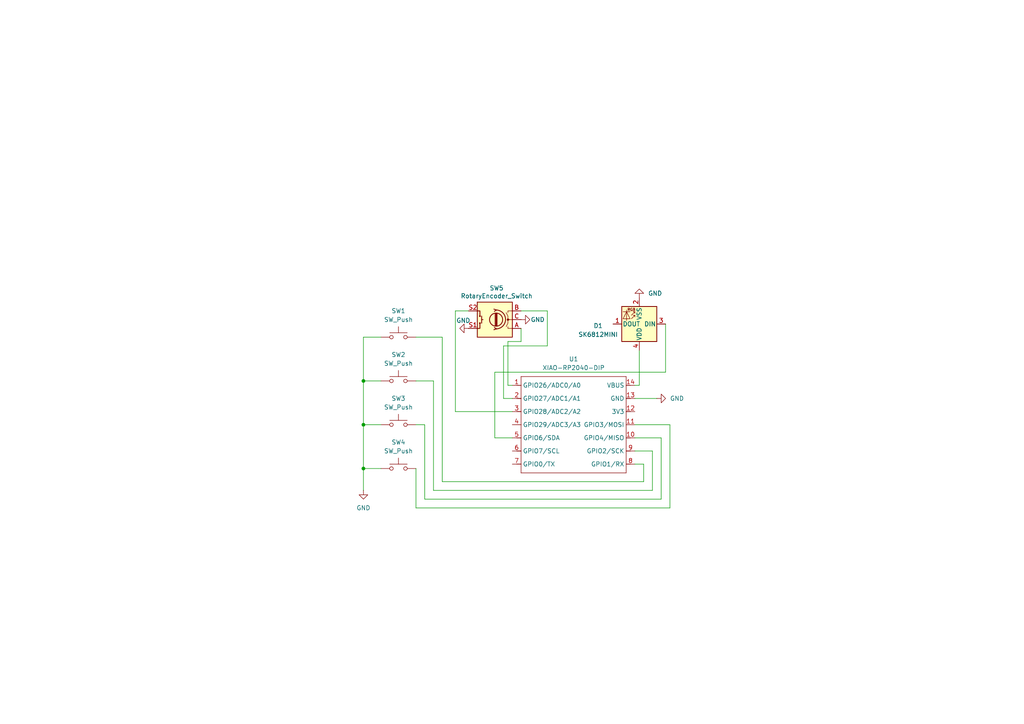
<source format=kicad_sch>
(kicad_sch
	(version 20250114)
	(generator "eeschema")
	(generator_version "9.0")
	(uuid "3893d36f-897f-45a1-b90c-791583b3f0a2")
	(paper "A4")
	(lib_symbols
		(symbol "Device:RotaryEncoder_Switch"
			(pin_names
				(offset 0.254)
				(hide yes)
			)
			(exclude_from_sim no)
			(in_bom yes)
			(on_board yes)
			(property "Reference" "SW"
				(at 0 6.604 0)
				(effects
					(font
						(size 1.27 1.27)
					)
				)
			)
			(property "Value" "RotaryEncoder_Switch"
				(at 0 -6.604 0)
				(effects
					(font
						(size 1.27 1.27)
					)
				)
			)
			(property "Footprint" ""
				(at -3.81 4.064 0)
				(effects
					(font
						(size 1.27 1.27)
					)
					(hide yes)
				)
			)
			(property "Datasheet" "~"
				(at 0 6.604 0)
				(effects
					(font
						(size 1.27 1.27)
					)
					(hide yes)
				)
			)
			(property "Description" "Rotary encoder, dual channel, incremental quadrate outputs, with switch"
				(at 0 0 0)
				(effects
					(font
						(size 1.27 1.27)
					)
					(hide yes)
				)
			)
			(property "ki_keywords" "rotary switch encoder switch push button"
				(at 0 0 0)
				(effects
					(font
						(size 1.27 1.27)
					)
					(hide yes)
				)
			)
			(property "ki_fp_filters" "RotaryEncoder*Switch*"
				(at 0 0 0)
				(effects
					(font
						(size 1.27 1.27)
					)
					(hide yes)
				)
			)
			(symbol "RotaryEncoder_Switch_0_1"
				(rectangle
					(start -5.08 5.08)
					(end 5.08 -5.08)
					(stroke
						(width 0.254)
						(type default)
					)
					(fill
						(type background)
					)
				)
				(polyline
					(pts
						(xy -5.08 2.54) (xy -3.81 2.54) (xy -3.81 2.032)
					)
					(stroke
						(width 0)
						(type default)
					)
					(fill
						(type none)
					)
				)
				(polyline
					(pts
						(xy -5.08 0) (xy -3.81 0) (xy -3.81 -1.016) (xy -3.302 -2.032)
					)
					(stroke
						(width 0)
						(type default)
					)
					(fill
						(type none)
					)
				)
				(polyline
					(pts
						(xy -5.08 -2.54) (xy -3.81 -2.54) (xy -3.81 -2.032)
					)
					(stroke
						(width 0)
						(type default)
					)
					(fill
						(type none)
					)
				)
				(polyline
					(pts
						(xy -4.318 0) (xy -3.81 0) (xy -3.81 1.016) (xy -3.302 2.032)
					)
					(stroke
						(width 0)
						(type default)
					)
					(fill
						(type none)
					)
				)
				(circle
					(center -3.81 0)
					(radius 0.254)
					(stroke
						(width 0)
						(type default)
					)
					(fill
						(type outline)
					)
				)
				(polyline
					(pts
						(xy -0.635 -1.778) (xy -0.635 1.778)
					)
					(stroke
						(width 0.254)
						(type default)
					)
					(fill
						(type none)
					)
				)
				(circle
					(center -0.381 0)
					(radius 1.905)
					(stroke
						(width 0.254)
						(type default)
					)
					(fill
						(type none)
					)
				)
				(polyline
					(pts
						(xy -0.381 -1.778) (xy -0.381 1.778)
					)
					(stroke
						(width 0.254)
						(type default)
					)
					(fill
						(type none)
					)
				)
				(arc
					(start -0.381 -2.794)
					(mid -3.0988 -0.0635)
					(end -0.381 2.667)
					(stroke
						(width 0.254)
						(type default)
					)
					(fill
						(type none)
					)
				)
				(polyline
					(pts
						(xy -0.127 1.778) (xy -0.127 -1.778)
					)
					(stroke
						(width 0.254)
						(type default)
					)
					(fill
						(type none)
					)
				)
				(polyline
					(pts
						(xy 0.254 2.921) (xy -0.508 2.667) (xy 0.127 2.286)
					)
					(stroke
						(width 0.254)
						(type default)
					)
					(fill
						(type none)
					)
				)
				(polyline
					(pts
						(xy 0.254 -3.048) (xy -0.508 -2.794) (xy 0.127 -2.413)
					)
					(stroke
						(width 0.254)
						(type default)
					)
					(fill
						(type none)
					)
				)
				(polyline
					(pts
						(xy 3.81 1.016) (xy 3.81 -1.016)
					)
					(stroke
						(width 0.254)
						(type default)
					)
					(fill
						(type none)
					)
				)
				(polyline
					(pts
						(xy 3.81 0) (xy 3.429 0)
					)
					(stroke
						(width 0.254)
						(type default)
					)
					(fill
						(type none)
					)
				)
				(circle
					(center 4.318 1.016)
					(radius 0.127)
					(stroke
						(width 0.254)
						(type default)
					)
					(fill
						(type none)
					)
				)
				(circle
					(center 4.318 -1.016)
					(radius 0.127)
					(stroke
						(width 0.254)
						(type default)
					)
					(fill
						(type none)
					)
				)
				(polyline
					(pts
						(xy 5.08 2.54) (xy 4.318 2.54) (xy 4.318 1.016)
					)
					(stroke
						(width 0.254)
						(type default)
					)
					(fill
						(type none)
					)
				)
				(polyline
					(pts
						(xy 5.08 -2.54) (xy 4.318 -2.54) (xy 4.318 -1.016)
					)
					(stroke
						(width 0.254)
						(type default)
					)
					(fill
						(type none)
					)
				)
			)
			(symbol "RotaryEncoder_Switch_1_1"
				(pin passive line
					(at -7.62 2.54 0)
					(length 2.54)
					(name "A"
						(effects
							(font
								(size 1.27 1.27)
							)
						)
					)
					(number "A"
						(effects
							(font
								(size 1.27 1.27)
							)
						)
					)
				)
				(pin passive line
					(at -7.62 0 0)
					(length 2.54)
					(name "C"
						(effects
							(font
								(size 1.27 1.27)
							)
						)
					)
					(number "C"
						(effects
							(font
								(size 1.27 1.27)
							)
						)
					)
				)
				(pin passive line
					(at -7.62 -2.54 0)
					(length 2.54)
					(name "B"
						(effects
							(font
								(size 1.27 1.27)
							)
						)
					)
					(number "B"
						(effects
							(font
								(size 1.27 1.27)
							)
						)
					)
				)
				(pin passive line
					(at 7.62 2.54 180)
					(length 2.54)
					(name "S1"
						(effects
							(font
								(size 1.27 1.27)
							)
						)
					)
					(number "S1"
						(effects
							(font
								(size 1.27 1.27)
							)
						)
					)
				)
				(pin passive line
					(at 7.62 -2.54 180)
					(length 2.54)
					(name "S2"
						(effects
							(font
								(size 1.27 1.27)
							)
						)
					)
					(number "S2"
						(effects
							(font
								(size 1.27 1.27)
							)
						)
					)
				)
			)
			(embedded_fonts no)
		)
		(symbol "LED:SK6812MINI"
			(pin_names
				(offset 0.254)
			)
			(exclude_from_sim no)
			(in_bom yes)
			(on_board yes)
			(property "Reference" "D"
				(at 5.08 5.715 0)
				(effects
					(font
						(size 1.27 1.27)
					)
					(justify right bottom)
				)
			)
			(property "Value" "SK6812MINI"
				(at 1.27 -5.715 0)
				(effects
					(font
						(size 1.27 1.27)
					)
					(justify left top)
				)
			)
			(property "Footprint" "LED_SMD:LED_SK6812MINI_PLCC4_3.5x3.5mm_P1.75mm"
				(at 1.27 -7.62 0)
				(effects
					(font
						(size 1.27 1.27)
					)
					(justify left top)
					(hide yes)
				)
			)
			(property "Datasheet" "https://cdn-shop.adafruit.com/product-files/2686/SK6812MINI_REV.01-1-2.pdf"
				(at 2.54 -9.525 0)
				(effects
					(font
						(size 1.27 1.27)
					)
					(justify left top)
					(hide yes)
				)
			)
			(property "Description" "RGB LED with integrated controller"
				(at 0 0 0)
				(effects
					(font
						(size 1.27 1.27)
					)
					(hide yes)
				)
			)
			(property "ki_keywords" "RGB LED NeoPixel Mini addressable"
				(at 0 0 0)
				(effects
					(font
						(size 1.27 1.27)
					)
					(hide yes)
				)
			)
			(property "ki_fp_filters" "LED*SK6812MINI*PLCC*3.5x3.5mm*P1.75mm*"
				(at 0 0 0)
				(effects
					(font
						(size 1.27 1.27)
					)
					(hide yes)
				)
			)
			(symbol "SK6812MINI_0_0"
				(text "RGB"
					(at 2.286 -4.191 0)
					(effects
						(font
							(size 0.762 0.762)
						)
					)
				)
			)
			(symbol "SK6812MINI_0_1"
				(polyline
					(pts
						(xy 1.27 -2.54) (xy 1.778 -2.54)
					)
					(stroke
						(width 0)
						(type default)
					)
					(fill
						(type none)
					)
				)
				(polyline
					(pts
						(xy 1.27 -3.556) (xy 1.778 -3.556)
					)
					(stroke
						(width 0)
						(type default)
					)
					(fill
						(type none)
					)
				)
				(polyline
					(pts
						(xy 2.286 -1.524) (xy 1.27 -2.54) (xy 1.27 -2.032)
					)
					(stroke
						(width 0)
						(type default)
					)
					(fill
						(type none)
					)
				)
				(polyline
					(pts
						(xy 2.286 -2.54) (xy 1.27 -3.556) (xy 1.27 -3.048)
					)
					(stroke
						(width 0)
						(type default)
					)
					(fill
						(type none)
					)
				)
				(polyline
					(pts
						(xy 3.683 -1.016) (xy 3.683 -3.556) (xy 3.683 -4.064)
					)
					(stroke
						(width 0)
						(type default)
					)
					(fill
						(type none)
					)
				)
				(polyline
					(pts
						(xy 4.699 -1.524) (xy 2.667 -1.524) (xy 3.683 -3.556) (xy 4.699 -1.524)
					)
					(stroke
						(width 0)
						(type default)
					)
					(fill
						(type none)
					)
				)
				(polyline
					(pts
						(xy 4.699 -3.556) (xy 2.667 -3.556)
					)
					(stroke
						(width 0)
						(type default)
					)
					(fill
						(type none)
					)
				)
				(rectangle
					(start 5.08 5.08)
					(end -5.08 -5.08)
					(stroke
						(width 0.254)
						(type default)
					)
					(fill
						(type background)
					)
				)
			)
			(symbol "SK6812MINI_1_1"
				(pin input line
					(at -7.62 0 0)
					(length 2.54)
					(name "DIN"
						(effects
							(font
								(size 1.27 1.27)
							)
						)
					)
					(number "3"
						(effects
							(font
								(size 1.27 1.27)
							)
						)
					)
				)
				(pin power_in line
					(at 0 7.62 270)
					(length 2.54)
					(name "VDD"
						(effects
							(font
								(size 1.27 1.27)
							)
						)
					)
					(number "4"
						(effects
							(font
								(size 1.27 1.27)
							)
						)
					)
				)
				(pin power_in line
					(at 0 -7.62 90)
					(length 2.54)
					(name "VSS"
						(effects
							(font
								(size 1.27 1.27)
							)
						)
					)
					(number "2"
						(effects
							(font
								(size 1.27 1.27)
							)
						)
					)
				)
				(pin output line
					(at 7.62 0 180)
					(length 2.54)
					(name "DOUT"
						(effects
							(font
								(size 1.27 1.27)
							)
						)
					)
					(number "1"
						(effects
							(font
								(size 1.27 1.27)
							)
						)
					)
				)
			)
			(embedded_fonts no)
		)
		(symbol "Seeed_Studio_XIAO_Series:XIAO-RP2040-DIP"
			(exclude_from_sim no)
			(in_bom yes)
			(on_board yes)
			(property "Reference" "U"
				(at 0 0 0)
				(effects
					(font
						(size 1.27 1.27)
					)
				)
			)
			(property "Value" "XIAO-RP2040-DIP"
				(at 5.334 -1.778 0)
				(effects
					(font
						(size 1.27 1.27)
					)
				)
			)
			(property "Footprint" "Module:MOUDLE14P-XIAO-DIP-SMD"
				(at 14.478 -32.258 0)
				(effects
					(font
						(size 1.27 1.27)
					)
					(hide yes)
				)
			)
			(property "Datasheet" ""
				(at 0 0 0)
				(effects
					(font
						(size 1.27 1.27)
					)
					(hide yes)
				)
			)
			(property "Description" ""
				(at 0 0 0)
				(effects
					(font
						(size 1.27 1.27)
					)
					(hide yes)
				)
			)
			(symbol "XIAO-RP2040-DIP_1_0"
				(polyline
					(pts
						(xy -1.27 -2.54) (xy 29.21 -2.54)
					)
					(stroke
						(width 0.1524)
						(type solid)
					)
					(fill
						(type none)
					)
				)
				(polyline
					(pts
						(xy -1.27 -5.08) (xy -2.54 -5.08)
					)
					(stroke
						(width 0.1524)
						(type solid)
					)
					(fill
						(type none)
					)
				)
				(polyline
					(pts
						(xy -1.27 -5.08) (xy -1.27 -2.54)
					)
					(stroke
						(width 0.1524)
						(type solid)
					)
					(fill
						(type none)
					)
				)
				(polyline
					(pts
						(xy -1.27 -8.89) (xy -2.54 -8.89)
					)
					(stroke
						(width 0.1524)
						(type solid)
					)
					(fill
						(type none)
					)
				)
				(polyline
					(pts
						(xy -1.27 -8.89) (xy -1.27 -5.08)
					)
					(stroke
						(width 0.1524)
						(type solid)
					)
					(fill
						(type none)
					)
				)
				(polyline
					(pts
						(xy -1.27 -12.7) (xy -2.54 -12.7)
					)
					(stroke
						(width 0.1524)
						(type solid)
					)
					(fill
						(type none)
					)
				)
				(polyline
					(pts
						(xy -1.27 -12.7) (xy -1.27 -8.89)
					)
					(stroke
						(width 0.1524)
						(type solid)
					)
					(fill
						(type none)
					)
				)
				(polyline
					(pts
						(xy -1.27 -16.51) (xy -2.54 -16.51)
					)
					(stroke
						(width 0.1524)
						(type solid)
					)
					(fill
						(type none)
					)
				)
				(polyline
					(pts
						(xy -1.27 -16.51) (xy -1.27 -12.7)
					)
					(stroke
						(width 0.1524)
						(type solid)
					)
					(fill
						(type none)
					)
				)
				(polyline
					(pts
						(xy -1.27 -20.32) (xy -2.54 -20.32)
					)
					(stroke
						(width 0.1524)
						(type solid)
					)
					(fill
						(type none)
					)
				)
				(polyline
					(pts
						(xy -1.27 -24.13) (xy -2.54 -24.13)
					)
					(stroke
						(width 0.1524)
						(type solid)
					)
					(fill
						(type none)
					)
				)
				(polyline
					(pts
						(xy -1.27 -27.94) (xy -2.54 -27.94)
					)
					(stroke
						(width 0.1524)
						(type solid)
					)
					(fill
						(type none)
					)
				)
				(polyline
					(pts
						(xy -1.27 -30.48) (xy -1.27 -16.51)
					)
					(stroke
						(width 0.1524)
						(type solid)
					)
					(fill
						(type none)
					)
				)
				(polyline
					(pts
						(xy 29.21 -2.54) (xy 29.21 -5.08)
					)
					(stroke
						(width 0.1524)
						(type solid)
					)
					(fill
						(type none)
					)
				)
				(polyline
					(pts
						(xy 29.21 -5.08) (xy 29.21 -8.89)
					)
					(stroke
						(width 0.1524)
						(type solid)
					)
					(fill
						(type none)
					)
				)
				(polyline
					(pts
						(xy 29.21 -8.89) (xy 29.21 -12.7)
					)
					(stroke
						(width 0.1524)
						(type solid)
					)
					(fill
						(type none)
					)
				)
				(polyline
					(pts
						(xy 29.21 -12.7) (xy 29.21 -30.48)
					)
					(stroke
						(width 0.1524)
						(type solid)
					)
					(fill
						(type none)
					)
				)
				(polyline
					(pts
						(xy 29.21 -30.48) (xy -1.27 -30.48)
					)
					(stroke
						(width 0.1524)
						(type solid)
					)
					(fill
						(type none)
					)
				)
				(polyline
					(pts
						(xy 30.48 -5.08) (xy 29.21 -5.08)
					)
					(stroke
						(width 0.1524)
						(type solid)
					)
					(fill
						(type none)
					)
				)
				(polyline
					(pts
						(xy 30.48 -8.89) (xy 29.21 -8.89)
					)
					(stroke
						(width 0.1524)
						(type solid)
					)
					(fill
						(type none)
					)
				)
				(polyline
					(pts
						(xy 30.48 -12.7) (xy 29.21 -12.7)
					)
					(stroke
						(width 0.1524)
						(type solid)
					)
					(fill
						(type none)
					)
				)
				(polyline
					(pts
						(xy 30.48 -16.51) (xy 29.21 -16.51)
					)
					(stroke
						(width 0.1524)
						(type solid)
					)
					(fill
						(type none)
					)
				)
				(polyline
					(pts
						(xy 30.48 -20.32) (xy 29.21 -20.32)
					)
					(stroke
						(width 0.1524)
						(type solid)
					)
					(fill
						(type none)
					)
				)
				(polyline
					(pts
						(xy 30.48 -24.13) (xy 29.21 -24.13)
					)
					(stroke
						(width 0.1524)
						(type solid)
					)
					(fill
						(type none)
					)
				)
				(polyline
					(pts
						(xy 30.48 -27.94) (xy 29.21 -27.94)
					)
					(stroke
						(width 0.1524)
						(type solid)
					)
					(fill
						(type none)
					)
				)
				(pin passive line
					(at -3.81 -5.08 0)
					(length 2.54)
					(name "GPIO26/ADC0/A0"
						(effects
							(font
								(size 1.27 1.27)
							)
						)
					)
					(number "1"
						(effects
							(font
								(size 1.27 1.27)
							)
						)
					)
				)
				(pin passive line
					(at -3.81 -8.89 0)
					(length 2.54)
					(name "GPIO27/ADC1/A1"
						(effects
							(font
								(size 1.27 1.27)
							)
						)
					)
					(number "2"
						(effects
							(font
								(size 1.27 1.27)
							)
						)
					)
				)
				(pin passive line
					(at -3.81 -12.7 0)
					(length 2.54)
					(name "GPIO28/ADC2/A2"
						(effects
							(font
								(size 1.27 1.27)
							)
						)
					)
					(number "3"
						(effects
							(font
								(size 1.27 1.27)
							)
						)
					)
				)
				(pin passive line
					(at -3.81 -16.51 0)
					(length 2.54)
					(name "GPIO29/ADC3/A3"
						(effects
							(font
								(size 1.27 1.27)
							)
						)
					)
					(number "4"
						(effects
							(font
								(size 1.27 1.27)
							)
						)
					)
				)
				(pin passive line
					(at -3.81 -20.32 0)
					(length 2.54)
					(name "GPIO6/SDA"
						(effects
							(font
								(size 1.27 1.27)
							)
						)
					)
					(number "5"
						(effects
							(font
								(size 1.27 1.27)
							)
						)
					)
				)
				(pin passive line
					(at -3.81 -24.13 0)
					(length 2.54)
					(name "GPIO7/SCL"
						(effects
							(font
								(size 1.27 1.27)
							)
						)
					)
					(number "6"
						(effects
							(font
								(size 1.27 1.27)
							)
						)
					)
				)
				(pin passive line
					(at -3.81 -27.94 0)
					(length 2.54)
					(name "GPIO0/TX"
						(effects
							(font
								(size 1.27 1.27)
							)
						)
					)
					(number "7"
						(effects
							(font
								(size 1.27 1.27)
							)
						)
					)
				)
				(pin passive line
					(at 31.75 -5.08 180)
					(length 2.54)
					(name "VBUS"
						(effects
							(font
								(size 1.27 1.27)
							)
						)
					)
					(number "14"
						(effects
							(font
								(size 1.27 1.27)
							)
						)
					)
				)
				(pin passive line
					(at 31.75 -8.89 180)
					(length 2.54)
					(name "GND"
						(effects
							(font
								(size 1.27 1.27)
							)
						)
					)
					(number "13"
						(effects
							(font
								(size 1.27 1.27)
							)
						)
					)
				)
				(pin passive line
					(at 31.75 -12.7 180)
					(length 2.54)
					(name "3V3"
						(effects
							(font
								(size 1.27 1.27)
							)
						)
					)
					(number "12"
						(effects
							(font
								(size 1.27 1.27)
							)
						)
					)
				)
				(pin passive line
					(at 31.75 -16.51 180)
					(length 2.54)
					(name "GPIO3/MOSI"
						(effects
							(font
								(size 1.27 1.27)
							)
						)
					)
					(number "11"
						(effects
							(font
								(size 1.27 1.27)
							)
						)
					)
				)
				(pin passive line
					(at 31.75 -20.32 180)
					(length 2.54)
					(name "GPIO4/MISO"
						(effects
							(font
								(size 1.27 1.27)
							)
						)
					)
					(number "10"
						(effects
							(font
								(size 1.27 1.27)
							)
						)
					)
				)
				(pin passive line
					(at 31.75 -24.13 180)
					(length 2.54)
					(name "GPIO2/SCK"
						(effects
							(font
								(size 1.27 1.27)
							)
						)
					)
					(number "9"
						(effects
							(font
								(size 1.27 1.27)
							)
						)
					)
				)
				(pin passive line
					(at 31.75 -27.94 180)
					(length 2.54)
					(name "GPIO1/RX"
						(effects
							(font
								(size 1.27 1.27)
							)
						)
					)
					(number "8"
						(effects
							(font
								(size 1.27 1.27)
							)
						)
					)
				)
			)
			(embedded_fonts no)
		)
		(symbol "Switch:SW_Push"
			(pin_numbers
				(hide yes)
			)
			(pin_names
				(offset 1.016)
				(hide yes)
			)
			(exclude_from_sim no)
			(in_bom yes)
			(on_board yes)
			(property "Reference" "SW"
				(at 1.27 2.54 0)
				(effects
					(font
						(size 1.27 1.27)
					)
					(justify left)
				)
			)
			(property "Value" "SW_Push"
				(at 0 -1.524 0)
				(effects
					(font
						(size 1.27 1.27)
					)
				)
			)
			(property "Footprint" ""
				(at 0 5.08 0)
				(effects
					(font
						(size 1.27 1.27)
					)
					(hide yes)
				)
			)
			(property "Datasheet" "~"
				(at 0 5.08 0)
				(effects
					(font
						(size 1.27 1.27)
					)
					(hide yes)
				)
			)
			(property "Description" "Push button switch, generic, two pins"
				(at 0 0 0)
				(effects
					(font
						(size 1.27 1.27)
					)
					(hide yes)
				)
			)
			(property "ki_keywords" "switch normally-open pushbutton push-button"
				(at 0 0 0)
				(effects
					(font
						(size 1.27 1.27)
					)
					(hide yes)
				)
			)
			(symbol "SW_Push_0_1"
				(circle
					(center -2.032 0)
					(radius 0.508)
					(stroke
						(width 0)
						(type default)
					)
					(fill
						(type none)
					)
				)
				(polyline
					(pts
						(xy 0 1.27) (xy 0 3.048)
					)
					(stroke
						(width 0)
						(type default)
					)
					(fill
						(type none)
					)
				)
				(circle
					(center 2.032 0)
					(radius 0.508)
					(stroke
						(width 0)
						(type default)
					)
					(fill
						(type none)
					)
				)
				(polyline
					(pts
						(xy 2.54 1.27) (xy -2.54 1.27)
					)
					(stroke
						(width 0)
						(type default)
					)
					(fill
						(type none)
					)
				)
				(pin passive line
					(at -5.08 0 0)
					(length 2.54)
					(name "1"
						(effects
							(font
								(size 1.27 1.27)
							)
						)
					)
					(number "1"
						(effects
							(font
								(size 1.27 1.27)
							)
						)
					)
				)
				(pin passive line
					(at 5.08 0 180)
					(length 2.54)
					(name "2"
						(effects
							(font
								(size 1.27 1.27)
							)
						)
					)
					(number "2"
						(effects
							(font
								(size 1.27 1.27)
							)
						)
					)
				)
			)
			(embedded_fonts no)
		)
		(symbol "power:GND"
			(power)
			(pin_numbers
				(hide yes)
			)
			(pin_names
				(offset 0)
				(hide yes)
			)
			(exclude_from_sim no)
			(in_bom yes)
			(on_board yes)
			(property "Reference" "#PWR"
				(at 0 -6.35 0)
				(effects
					(font
						(size 1.27 1.27)
					)
					(hide yes)
				)
			)
			(property "Value" "GND"
				(at 0 -3.81 0)
				(effects
					(font
						(size 1.27 1.27)
					)
				)
			)
			(property "Footprint" ""
				(at 0 0 0)
				(effects
					(font
						(size 1.27 1.27)
					)
					(hide yes)
				)
			)
			(property "Datasheet" ""
				(at 0 0 0)
				(effects
					(font
						(size 1.27 1.27)
					)
					(hide yes)
				)
			)
			(property "Description" "Power symbol creates a global label with name \"GND\" , ground"
				(at 0 0 0)
				(effects
					(font
						(size 1.27 1.27)
					)
					(hide yes)
				)
			)
			(property "ki_keywords" "global power"
				(at 0 0 0)
				(effects
					(font
						(size 1.27 1.27)
					)
					(hide yes)
				)
			)
			(symbol "GND_0_1"
				(polyline
					(pts
						(xy 0 0) (xy 0 -1.27) (xy 1.27 -1.27) (xy 0 -2.54) (xy -1.27 -1.27) (xy 0 -1.27)
					)
					(stroke
						(width 0)
						(type default)
					)
					(fill
						(type none)
					)
				)
			)
			(symbol "GND_1_1"
				(pin power_in line
					(at 0 0 270)
					(length 0)
					(name "~"
						(effects
							(font
								(size 1.27 1.27)
							)
						)
					)
					(number "1"
						(effects
							(font
								(size 1.27 1.27)
							)
						)
					)
				)
			)
			(embedded_fonts no)
		)
	)
	(junction
		(at 105.41 135.89)
		(diameter 0)
		(color 0 0 0 0)
		(uuid "74682f37-28e0-43d3-bcdb-2bea8b32ee44")
	)
	(junction
		(at 105.41 123.19)
		(diameter 0)
		(color 0 0 0 0)
		(uuid "9e76d050-8845-4baf-addb-b939db423eff")
	)
	(junction
		(at 105.41 110.49)
		(diameter 0)
		(color 0 0 0 0)
		(uuid "e17b2149-6233-467a-8082-02a414d3ac5b")
	)
	(wire
		(pts
			(xy 193.04 93.98) (xy 193.04 107.95)
		)
		(stroke
			(width 0)
			(type default)
		)
		(uuid "015299c2-b6cd-4cf4-8ef6-e28e044945e8")
	)
	(wire
		(pts
			(xy 186.69 139.7) (xy 186.69 134.62)
		)
		(stroke
			(width 0)
			(type default)
		)
		(uuid "0767c644-24ae-4ab0-b167-f3f1d9b2e987")
	)
	(wire
		(pts
			(xy 189.23 130.81) (xy 189.23 142.24)
		)
		(stroke
			(width 0)
			(type default)
		)
		(uuid "07dcb88b-d96e-4fde-987b-81c6c9fe3123")
	)
	(wire
		(pts
			(xy 123.19 144.78) (xy 123.19 123.19)
		)
		(stroke
			(width 0)
			(type default)
		)
		(uuid "0ff6a7bc-513b-4cd9-b3fb-25579b6c1702")
	)
	(wire
		(pts
			(xy 105.41 110.49) (xy 110.49 110.49)
		)
		(stroke
			(width 0)
			(type default)
		)
		(uuid "15a0ac87-7c6e-4f8f-b449-c0356de2e072")
	)
	(wire
		(pts
			(xy 184.15 115.57) (xy 190.5 115.57)
		)
		(stroke
			(width 0)
			(type default)
		)
		(uuid "1e53eb32-d68a-49da-854e-e12cf39ef009")
	)
	(wire
		(pts
			(xy 120.65 135.89) (xy 120.65 147.32)
		)
		(stroke
			(width 0)
			(type default)
		)
		(uuid "2673f308-4142-459b-a229-49417edfaad7")
	)
	(wire
		(pts
			(xy 105.41 97.79) (xy 110.49 97.79)
		)
		(stroke
			(width 0)
			(type default)
		)
		(uuid "26d74e66-7b68-4039-83c2-099d088f81fc")
	)
	(wire
		(pts
			(xy 120.65 147.32) (xy 194.31 147.32)
		)
		(stroke
			(width 0)
			(type default)
		)
		(uuid "391d6691-c8d1-4478-9045-9f01e5f218a0")
	)
	(wire
		(pts
			(xy 191.77 127) (xy 191.77 144.78)
		)
		(stroke
			(width 0)
			(type default)
		)
		(uuid "3ac4e778-529a-4114-bb0e-832627bcd540")
	)
	(wire
		(pts
			(xy 146.05 100.33) (xy 146.05 115.57)
		)
		(stroke
			(width 0)
			(type default)
		)
		(uuid "3bfad9ff-aec5-4d8b-b5d4-0b859da7dc55")
	)
	(wire
		(pts
			(xy 184.15 130.81) (xy 189.23 130.81)
		)
		(stroke
			(width 0)
			(type default)
		)
		(uuid "41a32754-5574-4b0b-b3e0-75dd195e1c80")
	)
	(wire
		(pts
			(xy 185.42 101.6) (xy 185.42 111.76)
		)
		(stroke
			(width 0)
			(type default)
		)
		(uuid "42ea153c-5585-43bd-b5c4-76b5b26d8281")
	)
	(wire
		(pts
			(xy 132.08 119.38) (xy 148.59 119.38)
		)
		(stroke
			(width 0)
			(type default)
		)
		(uuid "434723b3-f445-4151-9241-06a4c3548771")
	)
	(wire
		(pts
			(xy 128.27 97.79) (xy 128.27 139.7)
		)
		(stroke
			(width 0)
			(type default)
		)
		(uuid "44c95801-3ba0-4eef-a445-58bbe7ed13cd")
	)
	(wire
		(pts
			(xy 146.05 115.57) (xy 148.59 115.57)
		)
		(stroke
			(width 0)
			(type default)
		)
		(uuid "452d7952-7c47-4188-bd6c-9f6a7d040e16")
	)
	(wire
		(pts
			(xy 120.65 97.79) (xy 128.27 97.79)
		)
		(stroke
			(width 0)
			(type default)
		)
		(uuid "49d39b30-1f7a-4d40-80ad-e9525e95c268")
	)
	(wire
		(pts
			(xy 143.51 127) (xy 148.59 127)
		)
		(stroke
			(width 0)
			(type default)
		)
		(uuid "5b402bbe-30f3-4588-b0bc-678aa3618eda")
	)
	(wire
		(pts
			(xy 184.15 111.76) (xy 185.42 111.76)
		)
		(stroke
			(width 0)
			(type default)
		)
		(uuid "5d370642-c024-48d3-9f3b-b0b55a054fa8")
	)
	(wire
		(pts
			(xy 191.77 144.78) (xy 123.19 144.78)
		)
		(stroke
			(width 0)
			(type default)
		)
		(uuid "64849fdc-2612-47d8-953a-e7382d63ad78")
	)
	(wire
		(pts
			(xy 125.73 142.24) (xy 125.73 110.49)
		)
		(stroke
			(width 0)
			(type default)
		)
		(uuid "70d0ca02-0cc1-498b-8f0b-9727a5760ab0")
	)
	(wire
		(pts
			(xy 158.75 100.33) (xy 146.05 100.33)
		)
		(stroke
			(width 0)
			(type default)
		)
		(uuid "72df5cb9-7822-4248-8d85-4b55a4d092cc")
	)
	(wire
		(pts
			(xy 189.23 142.24) (xy 125.73 142.24)
		)
		(stroke
			(width 0)
			(type default)
		)
		(uuid "77efa996-3f5c-4f50-a22a-8bbb2382e7f2")
	)
	(wire
		(pts
			(xy 135.89 90.17) (xy 132.08 90.17)
		)
		(stroke
			(width 0)
			(type default)
		)
		(uuid "7d413ca8-e0bc-4545-982b-f64fa5afda01")
	)
	(wire
		(pts
			(xy 105.41 123.19) (xy 105.41 110.49)
		)
		(stroke
			(width 0)
			(type default)
		)
		(uuid "8531b775-7af1-4e72-9306-374692c70725")
	)
	(wire
		(pts
			(xy 194.31 123.19) (xy 184.15 123.19)
		)
		(stroke
			(width 0)
			(type default)
		)
		(uuid "91b26a30-4147-4bf1-9854-954402d6a7ed")
	)
	(wire
		(pts
			(xy 184.15 127) (xy 191.77 127)
		)
		(stroke
			(width 0)
			(type default)
		)
		(uuid "928c0466-5a03-47ac-8edd-54450ee398f4")
	)
	(wire
		(pts
			(xy 128.27 139.7) (xy 186.69 139.7)
		)
		(stroke
			(width 0)
			(type default)
		)
		(uuid "93e3e2bd-d0fe-4e62-9802-bf0ec4d59f75")
	)
	(wire
		(pts
			(xy 105.41 135.89) (xy 110.49 135.89)
		)
		(stroke
			(width 0)
			(type default)
		)
		(uuid "aa736d13-f6a5-48e6-9a3c-98bc053f4ee9")
	)
	(wire
		(pts
			(xy 125.73 110.49) (xy 120.65 110.49)
		)
		(stroke
			(width 0)
			(type default)
		)
		(uuid "ab039614-e3e4-4053-9e4e-de789e51475d")
	)
	(wire
		(pts
			(xy 123.19 123.19) (xy 120.65 123.19)
		)
		(stroke
			(width 0)
			(type default)
		)
		(uuid "ac90d0d6-75b0-4ae4-b007-5b21ab614a3a")
	)
	(wire
		(pts
			(xy 143.51 107.95) (xy 193.04 107.95)
		)
		(stroke
			(width 0)
			(type default)
		)
		(uuid "b3df039f-8f6c-4ac0-a513-061e37a13995")
	)
	(wire
		(pts
			(xy 186.69 134.62) (xy 184.15 134.62)
		)
		(stroke
			(width 0)
			(type default)
		)
		(uuid "bf5c12b5-01b6-4d2d-a2ba-64740ab16fe5")
	)
	(wire
		(pts
			(xy 151.13 95.25) (xy 151.13 99.06)
		)
		(stroke
			(width 0)
			(type default)
		)
		(uuid "cccb91f3-99eb-4220-b2fd-9deb9ef32381")
	)
	(wire
		(pts
			(xy 147.32 99.06) (xy 147.32 111.76)
		)
		(stroke
			(width 0)
			(type default)
		)
		(uuid "da35b8dc-56eb-4f08-b6cd-10f373b9fb60")
	)
	(wire
		(pts
			(xy 105.41 123.19) (xy 110.49 123.19)
		)
		(stroke
			(width 0)
			(type default)
		)
		(uuid "db655475-a53a-4f1f-b204-839a304c0729")
	)
	(wire
		(pts
			(xy 194.31 147.32) (xy 194.31 123.19)
		)
		(stroke
			(width 0)
			(type default)
		)
		(uuid "dd96610f-e71f-4cfe-a07a-1d52cae9d860")
	)
	(wire
		(pts
			(xy 105.41 142.24) (xy 105.41 135.89)
		)
		(stroke
			(width 0)
			(type default)
		)
		(uuid "deff18bc-a359-4b50-8f0a-0a372de1392e")
	)
	(wire
		(pts
			(xy 132.08 90.17) (xy 132.08 119.38)
		)
		(stroke
			(width 0)
			(type default)
		)
		(uuid "ead8773d-3a42-4da2-9d9c-a23068dfa3a2")
	)
	(wire
		(pts
			(xy 143.51 107.95) (xy 143.51 127)
		)
		(stroke
			(width 0)
			(type default)
		)
		(uuid "ed601951-a3b6-4e91-903a-699b6550b016")
	)
	(wire
		(pts
			(xy 105.41 135.89) (xy 105.41 123.19)
		)
		(stroke
			(width 0)
			(type default)
		)
		(uuid "edaede45-ceba-400d-bad8-99b68546bf54")
	)
	(wire
		(pts
			(xy 147.32 111.76) (xy 148.59 111.76)
		)
		(stroke
			(width 0)
			(type default)
		)
		(uuid "ef5ff44f-ef45-483c-96a9-0dcab22c2bc6")
	)
	(wire
		(pts
			(xy 158.75 90.17) (xy 158.75 100.33)
		)
		(stroke
			(width 0)
			(type default)
		)
		(uuid "f8012948-bf7c-4906-b271-3a3b3a80d6de")
	)
	(wire
		(pts
			(xy 151.13 90.17) (xy 158.75 90.17)
		)
		(stroke
			(width 0)
			(type default)
		)
		(uuid "f8b563e0-4382-453e-8894-a1f4a37e1c7b")
	)
	(wire
		(pts
			(xy 105.41 110.49) (xy 105.41 97.79)
		)
		(stroke
			(width 0)
			(type default)
		)
		(uuid "fe737852-847e-44a1-8e25-b9113068dd07")
	)
	(wire
		(pts
			(xy 151.13 99.06) (xy 147.32 99.06)
		)
		(stroke
			(width 0)
			(type default)
		)
		(uuid "fed00d2b-81bd-4d63-b3e2-a1c9b2fee202")
	)
	(symbol
		(lib_id "Device:RotaryEncoder_Switch")
		(at 143.51 92.71 180)
		(unit 1)
		(exclude_from_sim no)
		(in_bom yes)
		(on_board yes)
		(dnp no)
		(uuid "0863c5e4-ef4d-4d13-863d-ff577b795a8d")
		(property "Reference" "SW5"
			(at 141.986 83.566 0)
			(effects
				(font
					(size 1.27 1.27)
				)
				(justify right)
			)
		)
		(property "Value" "RotaryEncoder_Switch"
			(at 133.604 85.8519 0)
			(effects
				(font
					(size 1.27 1.27)
				)
				(justify right)
			)
		)
		(property "Footprint" "Rotary_Encoder:RotaryEncoder_Alps_EC11E-Switch_Vertical_H20mm"
			(at 147.32 96.774 0)
			(effects
				(font
					(size 1.27 1.27)
				)
				(hide yes)
			)
		)
		(property "Datasheet" "~"
			(at 143.51 99.314 0)
			(effects
				(font
					(size 1.27 1.27)
				)
				(hide yes)
			)
		)
		(property "Description" "Rotary encoder, dual channel, incremental quadrate outputs, with switch"
			(at 143.51 92.71 0)
			(effects
				(font
					(size 1.27 1.27)
				)
				(hide yes)
			)
		)
		(pin "A"
			(uuid "f365bdf2-7778-48de-87cd-0703029fbcce")
		)
		(pin "C"
			(uuid "c3616f63-f095-497a-8634-b68b5f961ee1")
		)
		(pin "S2"
			(uuid "6577c91a-2b51-4488-b231-008d188461bf")
		)
		(pin "B"
			(uuid "d31c6f6a-3ab6-40f6-a77d-54167be0c034")
		)
		(pin "S1"
			(uuid "ade5459d-e0c1-4e79-9033-ce3487471af0")
		)
		(instances
			(project ""
				(path "/3893d36f-897f-45a1-b90c-791583b3f0a2"
					(reference "SW5")
					(unit 1)
				)
			)
		)
	)
	(symbol
		(lib_id "power:GND")
		(at 151.13 92.71 90)
		(unit 1)
		(exclude_from_sim no)
		(in_bom yes)
		(on_board yes)
		(dnp no)
		(uuid "0e94bee4-92df-4bd2-b8e7-0f59ac8ae5ae")
		(property "Reference" "#PWR03"
			(at 157.48 92.71 0)
			(effects
				(font
					(size 1.27 1.27)
				)
				(hide yes)
			)
		)
		(property "Value" "GND"
			(at 157.988 92.71 90)
			(effects
				(font
					(size 1.27 1.27)
				)
				(justify left)
			)
		)
		(property "Footprint" ""
			(at 151.13 92.71 0)
			(effects
				(font
					(size 1.27 1.27)
				)
				(hide yes)
			)
		)
		(property "Datasheet" ""
			(at 151.13 92.71 0)
			(effects
				(font
					(size 1.27 1.27)
				)
				(hide yes)
			)
		)
		(property "Description" "Power symbol creates a global label with name \"GND\" , ground"
			(at 151.13 92.71 0)
			(effects
				(font
					(size 1.27 1.27)
				)
				(hide yes)
			)
		)
		(pin "1"
			(uuid "6e2add85-e602-497f-8731-b5d29d086b9e")
		)
		(instances
			(project "hackpad"
				(path "/3893d36f-897f-45a1-b90c-791583b3f0a2"
					(reference "#PWR03")
					(unit 1)
				)
			)
		)
	)
	(symbol
		(lib_id "Switch:SW_Push")
		(at 115.57 123.19 0)
		(unit 1)
		(exclude_from_sim no)
		(in_bom yes)
		(on_board yes)
		(dnp no)
		(uuid "17557dc1-1654-46fa-ae67-fe4c5598e6ae")
		(property "Reference" "SW3"
			(at 115.57 115.57 0)
			(effects
				(font
					(size 1.27 1.27)
				)
			)
		)
		(property "Value" "SW_Push"
			(at 115.57 118.11 0)
			(effects
				(font
					(size 1.27 1.27)
				)
			)
		)
		(property "Footprint" "real_folder:MX-Solderable-1U"
			(at 115.57 118.11 0)
			(effects
				(font
					(size 1.27 1.27)
				)
				(hide yes)
			)
		)
		(property "Datasheet" "~"
			(at 115.57 118.11 0)
			(effects
				(font
					(size 1.27 1.27)
				)
				(hide yes)
			)
		)
		(property "Description" "Push button switch, generic, two pins"
			(at 115.57 123.19 0)
			(effects
				(font
					(size 1.27 1.27)
				)
				(hide yes)
			)
		)
		(pin "1"
			(uuid "201a243d-6d4c-43e3-b3d9-940f4e52caa7")
		)
		(pin "2"
			(uuid "1a3c98b5-f007-404e-a327-8e502b959545")
		)
		(instances
			(project "hackpad"
				(path "/3893d36f-897f-45a1-b90c-791583b3f0a2"
					(reference "SW3")
					(unit 1)
				)
			)
		)
	)
	(symbol
		(lib_id "power:GND")
		(at 185.42 86.36 180)
		(unit 1)
		(exclude_from_sim no)
		(in_bom yes)
		(on_board yes)
		(dnp no)
		(fields_autoplaced yes)
		(uuid "21a47f2f-26da-4ef1-bf2f-e160631e2edd")
		(property "Reference" "#PWR05"
			(at 185.42 80.01 0)
			(effects
				(font
					(size 1.27 1.27)
				)
				(hide yes)
			)
		)
		(property "Value" "GND"
			(at 187.96 85.0899 0)
			(effects
				(font
					(size 1.27 1.27)
				)
				(justify right)
			)
		)
		(property "Footprint" ""
			(at 185.42 86.36 0)
			(effects
				(font
					(size 1.27 1.27)
				)
				(hide yes)
			)
		)
		(property "Datasheet" ""
			(at 185.42 86.36 0)
			(effects
				(font
					(size 1.27 1.27)
				)
				(hide yes)
			)
		)
		(property "Description" "Power symbol creates a global label with name \"GND\" , ground"
			(at 185.42 86.36 0)
			(effects
				(font
					(size 1.27 1.27)
				)
				(hide yes)
			)
		)
		(pin "1"
			(uuid "772f1364-796e-49ee-8e20-ffc6a01225dd")
		)
		(instances
			(project "hackpad"
				(path "/3893d36f-897f-45a1-b90c-791583b3f0a2"
					(reference "#PWR05")
					(unit 1)
				)
			)
		)
	)
	(symbol
		(lib_id "Switch:SW_Push")
		(at 115.57 110.49 0)
		(unit 1)
		(exclude_from_sim no)
		(in_bom yes)
		(on_board yes)
		(dnp no)
		(uuid "289ce5b1-8c83-4216-b3a5-614664567522")
		(property "Reference" "SW2"
			(at 115.57 102.87 0)
			(effects
				(font
					(size 1.27 1.27)
				)
			)
		)
		(property "Value" "SW_Push"
			(at 115.57 105.41 0)
			(effects
				(font
					(size 1.27 1.27)
				)
			)
		)
		(property "Footprint" "real_folder:MX-Solderable-1U"
			(at 115.57 105.41 0)
			(effects
				(font
					(size 1.27 1.27)
				)
				(hide yes)
			)
		)
		(property "Datasheet" "~"
			(at 115.57 105.41 0)
			(effects
				(font
					(size 1.27 1.27)
				)
				(hide yes)
			)
		)
		(property "Description" "Push button switch, generic, two pins"
			(at 115.57 110.49 0)
			(effects
				(font
					(size 1.27 1.27)
				)
				(hide yes)
			)
		)
		(pin "1"
			(uuid "ee5553bf-b10c-4504-be7f-68dc49ea1abb")
		)
		(pin "2"
			(uuid "0558a67b-db74-47c8-aecd-6fcfdc4c895d")
		)
		(instances
			(project "hackpad"
				(path "/3893d36f-897f-45a1-b90c-791583b3f0a2"
					(reference "SW2")
					(unit 1)
				)
			)
		)
	)
	(symbol
		(lib_id "Switch:SW_Push")
		(at 115.57 97.79 0)
		(unit 1)
		(exclude_from_sim no)
		(in_bom yes)
		(on_board yes)
		(dnp no)
		(uuid "2b450e04-fec5-43b0-8b01-c2f2cdb8f32d")
		(property "Reference" "SW1"
			(at 115.57 90.17 0)
			(effects
				(font
					(size 1.27 1.27)
				)
			)
		)
		(property "Value" "SW_Push"
			(at 115.57 92.71 0)
			(effects
				(font
					(size 1.27 1.27)
				)
			)
		)
		(property "Footprint" "real_folder:MX-Solderable-1U"
			(at 115.57 92.71 0)
			(effects
				(font
					(size 1.27 1.27)
				)
				(hide yes)
			)
		)
		(property "Datasheet" "~"
			(at 115.57 92.71 0)
			(effects
				(font
					(size 1.27 1.27)
				)
				(hide yes)
			)
		)
		(property "Description" "Push button switch, generic, two pins"
			(at 115.57 97.79 0)
			(effects
				(font
					(size 1.27 1.27)
				)
				(hide yes)
			)
		)
		(pin "1"
			(uuid "c2fc52da-c7fc-4682-a6a9-6295c040a0c9")
		)
		(pin "2"
			(uuid "64a6cc49-6003-402e-9c8e-d02e9fe656fd")
		)
		(instances
			(project ""
				(path "/3893d36f-897f-45a1-b90c-791583b3f0a2"
					(reference "SW1")
					(unit 1)
				)
			)
		)
	)
	(symbol
		(lib_id "power:GND")
		(at 190.5 115.57 90)
		(unit 1)
		(exclude_from_sim no)
		(in_bom yes)
		(on_board yes)
		(dnp no)
		(fields_autoplaced yes)
		(uuid "3bc1b438-f8c0-4c5a-b72c-af327729cb71")
		(property "Reference" "#PWR04"
			(at 196.85 115.57 0)
			(effects
				(font
					(size 1.27 1.27)
				)
				(hide yes)
			)
		)
		(property "Value" "GND"
			(at 194.31 115.5699 90)
			(effects
				(font
					(size 1.27 1.27)
				)
				(justify right)
			)
		)
		(property "Footprint" ""
			(at 190.5 115.57 0)
			(effects
				(font
					(size 1.27 1.27)
				)
				(hide yes)
			)
		)
		(property "Datasheet" ""
			(at 190.5 115.57 0)
			(effects
				(font
					(size 1.27 1.27)
				)
				(hide yes)
			)
		)
		(property "Description" "Power symbol creates a global label with name \"GND\" , ground"
			(at 190.5 115.57 0)
			(effects
				(font
					(size 1.27 1.27)
				)
				(hide yes)
			)
		)
		(pin "1"
			(uuid "dae68926-5ffe-4deb-ad5e-4553f45e8739")
		)
		(instances
			(project "hackpad"
				(path "/3893d36f-897f-45a1-b90c-791583b3f0a2"
					(reference "#PWR04")
					(unit 1)
				)
			)
		)
	)
	(symbol
		(lib_id "power:GND")
		(at 135.89 95.25 270)
		(unit 1)
		(exclude_from_sim no)
		(in_bom yes)
		(on_board yes)
		(dnp no)
		(uuid "64a7ac20-54f5-4d1f-931b-ee76dbaa9c8c")
		(property "Reference" "#PWR02"
			(at 129.54 95.25 0)
			(effects
				(font
					(size 1.27 1.27)
				)
				(hide yes)
			)
		)
		(property "Value" "GND"
			(at 132.334 92.964 90)
			(effects
				(font
					(size 1.27 1.27)
				)
				(justify left)
			)
		)
		(property "Footprint" ""
			(at 135.89 95.25 0)
			(effects
				(font
					(size 1.27 1.27)
				)
				(hide yes)
			)
		)
		(property "Datasheet" ""
			(at 135.89 95.25 0)
			(effects
				(font
					(size 1.27 1.27)
				)
				(hide yes)
			)
		)
		(property "Description" "Power symbol creates a global label with name \"GND\" , ground"
			(at 135.89 95.25 0)
			(effects
				(font
					(size 1.27 1.27)
				)
				(hide yes)
			)
		)
		(pin "1"
			(uuid "64a27ec1-3aca-48e6-877c-0aeba67cca1f")
		)
		(instances
			(project "hackpad"
				(path "/3893d36f-897f-45a1-b90c-791583b3f0a2"
					(reference "#PWR02")
					(unit 1)
				)
			)
		)
	)
	(symbol
		(lib_id "Seeed_Studio_XIAO_Series:XIAO-RP2040-DIP")
		(at 152.4 106.68 0)
		(unit 1)
		(exclude_from_sim no)
		(in_bom yes)
		(on_board yes)
		(dnp no)
		(fields_autoplaced yes)
		(uuid "6aeb4786-93a6-41ef-8b38-5ca01f3b42c9")
		(property "Reference" "U1"
			(at 166.37 104.14 0)
			(effects
				(font
					(size 1.27 1.27)
				)
			)
		)
		(property "Value" "XIAO-RP2040-DIP"
			(at 166.37 106.68 0)
			(effects
				(font
					(size 1.27 1.27)
				)
			)
		)
		(property "Footprint" "OPL:XIAO-RP2040-DIP"
			(at 166.878 138.938 0)
			(effects
				(font
					(size 1.27 1.27)
				)
				(hide yes)
			)
		)
		(property "Datasheet" ""
			(at 152.4 106.68 0)
			(effects
				(font
					(size 1.27 1.27)
				)
				(hide yes)
			)
		)
		(property "Description" ""
			(at 152.4 106.68 0)
			(effects
				(font
					(size 1.27 1.27)
				)
				(hide yes)
			)
		)
		(pin "9"
			(uuid "c0350698-bc51-46af-b839-744905366259")
		)
		(pin "2"
			(uuid "fbb6b4ce-55d7-46d4-b6b4-759e39cb89c4")
		)
		(pin "10"
			(uuid "75314118-97d3-49dc-9f05-aeacd6fe49bb")
		)
		(pin "6"
			(uuid "0d0eb0da-9e3c-4e71-bef5-f9a7ba8a05b6")
		)
		(pin "11"
			(uuid "311b7121-768e-4ec3-b782-f13408bc71c0")
		)
		(pin "1"
			(uuid "966eb289-c4b7-45c9-8974-d6b43d7c936e")
		)
		(pin "5"
			(uuid "218007dc-1c60-4149-a6f5-c8738e463470")
		)
		(pin "3"
			(uuid "d6438f9c-5278-4aef-8821-50c14cf9807e")
		)
		(pin "8"
			(uuid "3edfce72-7c71-431c-9d74-e00b139cb1cb")
		)
		(pin "14"
			(uuid "9c47a90f-961a-4b57-8c72-232598f858b6")
		)
		(pin "4"
			(uuid "02cd89e0-96cd-4362-9abf-03e02be27baf")
		)
		(pin "13"
			(uuid "21740211-bb4a-4be8-bf83-44b1a2b10633")
		)
		(pin "7"
			(uuid "f8f8470b-0e8e-43a1-a0b2-7abc1ab7be0e")
		)
		(pin "12"
			(uuid "6dd9e010-f995-40af-bd6b-29c1e7c2ff78")
		)
		(instances
			(project ""
				(path "/3893d36f-897f-45a1-b90c-791583b3f0a2"
					(reference "U1")
					(unit 1)
				)
			)
		)
	)
	(symbol
		(lib_id "LED:SK6812MINI")
		(at 185.42 93.98 180)
		(unit 1)
		(exclude_from_sim no)
		(in_bom yes)
		(on_board yes)
		(dnp no)
		(uuid "a4f279cd-d1e3-4a35-852e-8afb1b9356a6")
		(property "Reference" "D1"
			(at 173.482 94.488 0)
			(effects
				(font
					(size 1.27 1.27)
				)
			)
		)
		(property "Value" "SK6812MINI"
			(at 173.482 97.028 0)
			(effects
				(font
					(size 1.27 1.27)
				)
			)
		)
		(property "Footprint" "LED_SMD:LED_SK6812MINI_PLCC4_3.5x3.5mm_P1.75mm"
			(at 184.15 86.36 0)
			(effects
				(font
					(size 1.27 1.27)
				)
				(justify left top)
				(hide yes)
			)
		)
		(property "Datasheet" "https://cdn-shop.adafruit.com/product-files/2686/SK6812MINI_REV.01-1-2.pdf"
			(at 182.88 84.455 0)
			(effects
				(font
					(size 1.27 1.27)
				)
				(justify left top)
				(hide yes)
			)
		)
		(property "Description" "RGB LED with integrated controller"
			(at 185.42 93.98 0)
			(effects
				(font
					(size 1.27 1.27)
				)
				(hide yes)
			)
		)
		(pin "2"
			(uuid "102bc1a9-f226-40c0-9a06-eacf7bf12129")
		)
		(pin "3"
			(uuid "6c182dea-1aa9-426d-a112-8335555878e7")
		)
		(pin "4"
			(uuid "44f4b6c2-d720-4e71-a6b5-1d47fd33f936")
		)
		(pin "1"
			(uuid "e0ada2f1-8876-4a73-b719-dc75651a802c")
		)
		(instances
			(project ""
				(path "/3893d36f-897f-45a1-b90c-791583b3f0a2"
					(reference "D1")
					(unit 1)
				)
			)
		)
	)
	(symbol
		(lib_id "Switch:SW_Push")
		(at 115.57 135.89 0)
		(unit 1)
		(exclude_from_sim no)
		(in_bom yes)
		(on_board yes)
		(dnp no)
		(uuid "b3fd4e54-d094-41fd-a240-c03ab79fcb19")
		(property "Reference" "SW4"
			(at 115.57 128.27 0)
			(effects
				(font
					(size 1.27 1.27)
				)
			)
		)
		(property "Value" "SW_Push"
			(at 115.57 130.81 0)
			(effects
				(font
					(size 1.27 1.27)
				)
			)
		)
		(property "Footprint" "real_folder:MX-Solderable-1U"
			(at 115.57 130.81 0)
			(effects
				(font
					(size 1.27 1.27)
				)
				(hide yes)
			)
		)
		(property "Datasheet" "~"
			(at 115.57 130.81 0)
			(effects
				(font
					(size 1.27 1.27)
				)
				(hide yes)
			)
		)
		(property "Description" "Push button switch, generic, two pins"
			(at 115.57 135.89 0)
			(effects
				(font
					(size 1.27 1.27)
				)
				(hide yes)
			)
		)
		(pin "1"
			(uuid "7c85c2c4-7d3d-49bd-8615-f533a0bad6b1")
		)
		(pin "2"
			(uuid "0e011774-598f-4599-8e65-91cfc528c7db")
		)
		(instances
			(project "hackpad"
				(path "/3893d36f-897f-45a1-b90c-791583b3f0a2"
					(reference "SW4")
					(unit 1)
				)
			)
		)
	)
	(symbol
		(lib_id "power:GND")
		(at 105.41 142.24 0)
		(unit 1)
		(exclude_from_sim no)
		(in_bom yes)
		(on_board yes)
		(dnp no)
		(fields_autoplaced yes)
		(uuid "d155962c-f5a4-4269-966a-8a8171af620a")
		(property "Reference" "#PWR01"
			(at 105.41 148.59 0)
			(effects
				(font
					(size 1.27 1.27)
				)
				(hide yes)
			)
		)
		(property "Value" "GND"
			(at 105.41 147.32 0)
			(effects
				(font
					(size 1.27 1.27)
				)
			)
		)
		(property "Footprint" ""
			(at 105.41 142.24 0)
			(effects
				(font
					(size 1.27 1.27)
				)
				(hide yes)
			)
		)
		(property "Datasheet" ""
			(at 105.41 142.24 0)
			(effects
				(font
					(size 1.27 1.27)
				)
				(hide yes)
			)
		)
		(property "Description" "Power symbol creates a global label with name \"GND\" , ground"
			(at 105.41 142.24 0)
			(effects
				(font
					(size 1.27 1.27)
				)
				(hide yes)
			)
		)
		(pin "1"
			(uuid "f1b33d6b-4f58-492e-ada6-80228c2f3072")
		)
		(instances
			(project ""
				(path "/3893d36f-897f-45a1-b90c-791583b3f0a2"
					(reference "#PWR01")
					(unit 1)
				)
			)
		)
	)
	(sheet_instances
		(path "/"
			(page "1")
		)
	)
	(embedded_fonts no)
)

</source>
